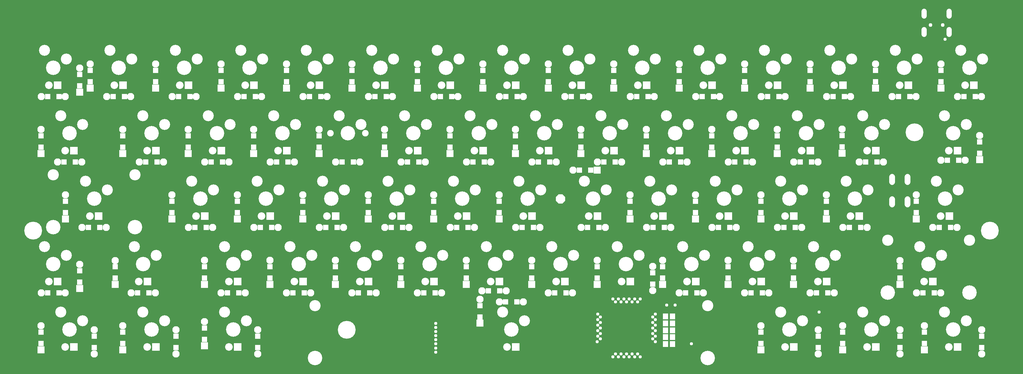
<source format=gbr>
G04 EAGLE Gerber RS-274X export*
G75*
%MOMM*%
%FSLAX34Y34*%
%LPD*%
%INSoldermask Bottom*%
%IPNEG*%
%AMOC8*
5,1,8,0,0,1.08239X$1,22.5*%
G01*
%ADD10R,2.103200X2.103200*%
%ADD11C,2.103200*%
%ADD12R,1.600200X1.600200*%
%ADD13C,4.203200*%
%ADD14C,3.203200*%
%ADD15C,2.203200*%
%ADD16R,2.203200X2.203200*%
%ADD17C,1.903200*%
%ADD18C,3.253200*%
%ADD19C,1.511200*%
%ADD20C,1.103200*%
%ADD21C,1.727200*%
%ADD22R,1.503200X1.803200*%
%ADD23P,2.969212X8X22.500000*%
%ADD24C,5.203200*%
%ADD25C,0.959600*%


D10*
X392906Y798438D03*
D11*
X392906Y868438D03*
D12*
X392906Y849948D03*
X392906Y816928D03*
D10*
X583406Y798438D03*
D11*
X583406Y868438D03*
D12*
X583406Y849948D03*
X583406Y816928D03*
D10*
X773906Y798438D03*
D11*
X773906Y868438D03*
D12*
X773906Y849948D03*
X773906Y816928D03*
D10*
X2488406Y798438D03*
D11*
X2488406Y868438D03*
D12*
X2488406Y849948D03*
X2488406Y816928D03*
D10*
X2297906Y798438D03*
D11*
X2297906Y868438D03*
D12*
X2297906Y849948D03*
X2297906Y816928D03*
D10*
X2107406Y798438D03*
D11*
X2107406Y868438D03*
D12*
X2107406Y849948D03*
X2107406Y816928D03*
D10*
X1916906Y798438D03*
D11*
X1916906Y868438D03*
D12*
X1916906Y849948D03*
X1916906Y816928D03*
D10*
X1726406Y798438D03*
D11*
X1726406Y868438D03*
D12*
X1726406Y849948D03*
X1726406Y816928D03*
D10*
X1535906Y798438D03*
D11*
X1535906Y868438D03*
D12*
X1535906Y849948D03*
X1535906Y816928D03*
D10*
X1345406Y798438D03*
D11*
X1345406Y868438D03*
D12*
X1345406Y849948D03*
X1345406Y816928D03*
D10*
X1154906Y798438D03*
D11*
X1154906Y868438D03*
D12*
X1154906Y849948D03*
X1154906Y816928D03*
D10*
X964406Y798438D03*
D11*
X964406Y868438D03*
D12*
X964406Y849948D03*
X964406Y816928D03*
D10*
X59531Y607938D03*
D11*
X59531Y677938D03*
D12*
X59531Y659448D03*
X59531Y626428D03*
D10*
X2012156Y607938D03*
D11*
X2012156Y677938D03*
D12*
X2012156Y659448D03*
X2012156Y626428D03*
D10*
X2678906Y798438D03*
D11*
X2678906Y868438D03*
D12*
X2678906Y849948D03*
X2678906Y816928D03*
D10*
X1059656Y607938D03*
D11*
X1059656Y677938D03*
D12*
X1059656Y659448D03*
X1059656Y626428D03*
D10*
X869156Y607938D03*
D11*
X869156Y677938D03*
D12*
X869156Y659448D03*
X869156Y626428D03*
D10*
X678656Y607938D03*
D11*
X678656Y677938D03*
D12*
X678656Y659448D03*
X678656Y626428D03*
D10*
X2391688Y608666D03*
D11*
X2391688Y678666D03*
D12*
X2391688Y660176D03*
X2391688Y627156D03*
D10*
X1821656Y607938D03*
D11*
X1821656Y677938D03*
D12*
X1821656Y659448D03*
X1821656Y626428D03*
D10*
X1631156Y607938D03*
D11*
X1631156Y677938D03*
D12*
X1631156Y659448D03*
X1631156Y626428D03*
D10*
X2792016Y590078D03*
D11*
X2792016Y660078D03*
D12*
X2792016Y641588D03*
X2792016Y608568D03*
D10*
X1250156Y607938D03*
D11*
X1250156Y677938D03*
D12*
X1250156Y659448D03*
X1250156Y626428D03*
D10*
X2202656Y607938D03*
D11*
X2202656Y677938D03*
D12*
X2202656Y659448D03*
X2202656Y626428D03*
D10*
X1440656Y607938D03*
D11*
X1440656Y677938D03*
D12*
X1440656Y659448D03*
X1440656Y626428D03*
D10*
X488156Y607938D03*
D11*
X488156Y677938D03*
D12*
X488156Y659448D03*
X488156Y626428D03*
D10*
X202406Y798438D03*
D11*
X202406Y868438D03*
D12*
X202406Y849948D03*
X202406Y816928D03*
D10*
X297656Y607938D03*
D11*
X297656Y677938D03*
D12*
X297656Y659448D03*
X297656Y626428D03*
D10*
X172641Y786531D03*
D11*
X172641Y856531D03*
D12*
X172641Y838041D03*
X172641Y805021D03*
D13*
X476250Y857250D03*
D14*
X514350Y882650D03*
X450850Y908050D03*
D15*
X463550Y806450D03*
D16*
X488950Y806450D03*
D13*
X666750Y857250D03*
D14*
X704850Y882650D03*
X641350Y908050D03*
D15*
X654050Y806450D03*
D16*
X679450Y806450D03*
D13*
X857250Y857250D03*
D14*
X895350Y882650D03*
X831850Y908050D03*
D15*
X844550Y806450D03*
D16*
X869950Y806450D03*
D13*
X2571750Y857250D03*
D14*
X2609850Y882650D03*
X2546350Y908050D03*
D15*
X2559050Y806450D03*
D16*
X2584450Y806450D03*
D13*
X2381250Y857250D03*
D14*
X2419350Y882650D03*
X2355850Y908050D03*
D15*
X2368550Y806450D03*
D16*
X2393950Y806450D03*
D13*
X2190750Y857250D03*
D14*
X2228850Y882650D03*
X2165350Y908050D03*
D15*
X2178050Y806450D03*
D16*
X2203450Y806450D03*
D13*
X2000250Y857250D03*
D14*
X2038350Y882650D03*
X1974850Y908050D03*
D15*
X1987550Y806450D03*
D16*
X2012950Y806450D03*
D13*
X1809750Y857250D03*
D14*
X1847850Y882650D03*
X1784350Y908050D03*
D15*
X1797050Y806450D03*
D16*
X1822450Y806450D03*
D13*
X1619250Y857250D03*
D14*
X1657350Y882650D03*
X1593850Y908050D03*
D15*
X1606550Y806450D03*
D16*
X1631950Y806450D03*
D13*
X1428750Y857250D03*
D14*
X1466850Y882650D03*
X1403350Y908050D03*
D15*
X1416050Y806450D03*
D16*
X1441450Y806450D03*
D13*
X1238250Y857250D03*
D14*
X1276350Y882650D03*
X1212850Y908050D03*
D15*
X1225550Y806450D03*
D16*
X1250950Y806450D03*
D13*
X1047750Y857250D03*
D14*
X1085850Y882650D03*
X1022350Y908050D03*
D15*
X1035050Y806450D03*
D16*
X1060450Y806450D03*
D13*
X142875Y666750D03*
D14*
X180975Y692150D03*
X117475Y717550D03*
D15*
X130175Y615950D03*
D16*
X155575Y615950D03*
D13*
X2095500Y666750D03*
D14*
X2133600Y692150D03*
X2070100Y717550D03*
D15*
X2082800Y615950D03*
D16*
X2108200Y615950D03*
D13*
X2762250Y857250D03*
D14*
X2800350Y882650D03*
X2736850Y908050D03*
D15*
X2749550Y806450D03*
D16*
X2774950Y806450D03*
D13*
X1143000Y666750D03*
D14*
X1181100Y692150D03*
X1117600Y717550D03*
D15*
X1130300Y615950D03*
D16*
X1155700Y615950D03*
D13*
X952500Y666750D03*
D17*
X1003300Y666750D03*
X901700Y666750D03*
D14*
X990600Y692150D03*
X927100Y717550D03*
D13*
X762000Y666750D03*
D14*
X800100Y692150D03*
X736600Y717550D03*
D15*
X749300Y615950D03*
D16*
X774700Y615950D03*
D13*
X2476500Y666750D03*
D14*
X2514600Y692150D03*
X2451100Y717550D03*
D15*
X2463800Y615950D03*
D16*
X2489200Y615950D03*
D13*
X1905000Y666750D03*
D14*
X1943100Y692150D03*
X1879600Y717550D03*
D15*
X1892300Y615950D03*
D16*
X1917700Y615950D03*
D13*
X1714500Y666750D03*
D14*
X1752600Y692150D03*
X1689100Y717550D03*
D15*
X1701800Y615950D03*
D16*
X1727200Y615950D03*
D13*
X2714625Y666750D03*
D14*
X2752725Y692150D03*
X2689225Y717550D03*
D15*
X2701925Y615950D03*
D16*
X2727325Y615950D03*
D13*
X1333500Y666750D03*
D14*
X1371600Y692150D03*
X1308100Y717550D03*
D15*
X1320800Y615950D03*
D16*
X1346200Y615950D03*
D13*
X2286000Y666750D03*
D14*
X2324100Y692150D03*
X2260600Y717550D03*
D15*
X2273300Y615950D03*
D16*
X2298700Y615950D03*
D13*
X1524000Y666750D03*
D14*
X1562100Y692150D03*
X1498600Y717550D03*
D15*
X1511300Y615950D03*
D16*
X1536700Y615950D03*
D13*
X571500Y666750D03*
D14*
X609600Y692150D03*
X546100Y717550D03*
D15*
X558800Y615950D03*
D16*
X584200Y615950D03*
D13*
X285750Y857250D03*
D14*
X323850Y882650D03*
X260350Y908050D03*
D15*
X273050Y806450D03*
D16*
X298450Y806450D03*
D13*
X381000Y666750D03*
D14*
X419100Y692150D03*
X355600Y717550D03*
D15*
X368300Y615950D03*
D16*
X393700Y615950D03*
D13*
X95250Y857250D03*
D14*
X133350Y882650D03*
X69850Y908050D03*
D15*
X82550Y806450D03*
D16*
X107950Y806450D03*
D11*
X441250Y773906D03*
X511250Y773906D03*
D12*
X492760Y773906D03*
X459740Y773906D03*
D11*
X631750Y773906D03*
X701750Y773906D03*
D12*
X683260Y773906D03*
X650240Y773906D03*
D11*
X822250Y773906D03*
X892250Y773906D03*
D12*
X873760Y773906D03*
X840740Y773906D03*
D11*
X2536750Y773906D03*
X2606750Y773906D03*
D12*
X2588260Y773906D03*
X2555240Y773906D03*
D11*
X2346250Y773906D03*
X2416250Y773906D03*
D12*
X2397760Y773906D03*
X2364740Y773906D03*
D11*
X2155750Y773906D03*
X2225750Y773906D03*
D12*
X2207260Y773906D03*
X2174240Y773906D03*
D11*
X1965250Y773906D03*
X2035250Y773906D03*
D12*
X2016760Y773906D03*
X1983740Y773906D03*
D11*
X1774750Y773906D03*
X1844750Y773906D03*
D12*
X1826260Y773906D03*
X1793240Y773906D03*
D11*
X1584250Y773906D03*
X1654250Y773906D03*
D12*
X1635760Y773906D03*
X1602740Y773906D03*
D11*
X1393750Y773906D03*
X1463750Y773906D03*
D12*
X1445260Y773906D03*
X1412240Y773906D03*
D11*
X1203250Y773906D03*
X1273250Y773906D03*
D12*
X1254760Y773906D03*
X1221740Y773906D03*
D11*
X1012750Y773906D03*
X1082750Y773906D03*
D12*
X1064260Y773906D03*
X1031240Y773906D03*
D11*
X107875Y583406D03*
X177875Y583406D03*
D12*
X159385Y583406D03*
X126365Y583406D03*
D11*
X2060500Y583406D03*
X2130500Y583406D03*
D12*
X2112010Y583406D03*
X2078990Y583406D03*
D11*
X2727250Y773906D03*
X2797250Y773906D03*
D12*
X2778760Y773906D03*
X2745740Y773906D03*
D11*
X1108000Y583406D03*
X1178000Y583406D03*
D12*
X1159510Y583406D03*
X1126490Y583406D03*
D11*
X917500Y583406D03*
X987500Y583406D03*
D12*
X969010Y583406D03*
X935990Y583406D03*
D11*
X727000Y583406D03*
X797000Y583406D03*
D12*
X778510Y583406D03*
X745490Y583406D03*
D11*
X2441500Y583406D03*
X2511500Y583406D03*
D12*
X2493010Y583406D03*
X2459990Y583406D03*
D11*
X1870000Y583406D03*
X1940000Y583406D03*
D12*
X1921510Y583406D03*
X1888490Y583406D03*
D11*
X1679500Y583406D03*
X1749500Y583406D03*
D12*
X1731010Y583406D03*
X1697990Y583406D03*
D11*
X2679350Y588232D03*
X2749350Y588232D03*
D12*
X2730860Y588232D03*
X2697840Y588232D03*
D11*
X1298500Y583406D03*
X1368500Y583406D03*
D12*
X1350010Y583406D03*
X1316990Y583406D03*
D11*
X2251000Y583406D03*
X2321000Y583406D03*
D12*
X2302510Y583406D03*
X2269490Y583406D03*
D11*
X1489000Y583406D03*
X1559000Y583406D03*
D12*
X1540510Y583406D03*
X1507490Y583406D03*
D11*
X536500Y583406D03*
X606500Y583406D03*
D12*
X588010Y583406D03*
X554990Y583406D03*
D11*
X250750Y773906D03*
X320750Y773906D03*
D12*
X302260Y773906D03*
X269240Y773906D03*
D11*
X346000Y583406D03*
X416000Y583406D03*
D12*
X397510Y583406D03*
X364490Y583406D03*
D11*
X60250Y773906D03*
X130250Y773906D03*
D12*
X111760Y773906D03*
X78740Y773906D03*
D13*
X2690813Y476250D03*
D14*
X2728913Y501650D03*
X2665413Y527050D03*
D15*
X2678113Y425450D03*
D16*
X2703513Y425450D03*
D13*
X2428875Y476250D03*
D14*
X2466975Y501650D03*
X2403475Y527050D03*
D15*
X2416175Y425450D03*
D16*
X2441575Y425450D03*
D13*
X2238375Y476250D03*
D14*
X2276475Y501650D03*
X2212975Y527050D03*
D15*
X2225675Y425450D03*
D16*
X2251075Y425450D03*
D13*
X2047875Y476250D03*
D14*
X2085975Y501650D03*
X2022475Y527050D03*
D15*
X2035175Y425450D03*
D16*
X2060575Y425450D03*
D13*
X1857375Y476250D03*
D14*
X1895475Y501650D03*
X1831975Y527050D03*
D15*
X1844675Y425450D03*
D16*
X1870075Y425450D03*
D13*
X1666875Y476250D03*
D14*
X1704975Y501650D03*
X1641475Y527050D03*
D15*
X1654175Y425450D03*
D16*
X1679575Y425450D03*
D13*
X1476375Y476250D03*
D14*
X1514475Y501650D03*
X1450975Y527050D03*
D15*
X1463675Y425450D03*
D16*
X1489075Y425450D03*
D13*
X1285875Y476250D03*
D14*
X1323975Y501650D03*
X1260475Y527050D03*
D15*
X1273175Y425450D03*
D16*
X1298575Y425450D03*
D13*
X1095375Y476250D03*
D14*
X1133475Y501650D03*
X1069975Y527050D03*
D15*
X1082675Y425450D03*
D16*
X1108075Y425450D03*
D13*
X904875Y476250D03*
D14*
X942975Y501650D03*
X879475Y527050D03*
D15*
X892175Y425450D03*
D16*
X917575Y425450D03*
D13*
X714375Y476250D03*
D14*
X752475Y501650D03*
X688975Y527050D03*
D15*
X701675Y425450D03*
D16*
X727075Y425450D03*
D13*
X523875Y476250D03*
D14*
X561975Y501650D03*
X498475Y527050D03*
D15*
X511175Y425450D03*
D16*
X536575Y425450D03*
D13*
X214313Y476250D03*
D14*
X252413Y501650D03*
X188913Y527050D03*
D18*
X95313Y546250D03*
X333313Y546250D03*
D13*
X95313Y393850D03*
X333313Y393850D03*
D15*
X201613Y425450D03*
D16*
X227013Y425450D03*
D10*
X2607469Y417438D03*
D11*
X2607469Y487438D03*
D12*
X2607469Y468948D03*
X2607469Y435928D03*
D10*
X2345531Y417438D03*
D11*
X2345531Y487438D03*
D12*
X2345531Y468948D03*
X2345531Y435928D03*
D10*
X2155031Y417438D03*
D11*
X2155031Y487438D03*
D12*
X2155031Y468948D03*
X2155031Y435928D03*
D10*
X1964531Y417438D03*
D11*
X1964531Y487438D03*
D12*
X1964531Y468948D03*
X1964531Y435928D03*
D10*
X1774031Y417438D03*
D11*
X1774031Y487438D03*
D12*
X1774031Y468948D03*
X1774031Y435928D03*
D10*
X1678063Y559594D03*
D11*
X1608063Y559594D03*
D12*
X1626553Y559594D03*
X1659573Y559594D03*
D10*
X1393031Y417438D03*
D11*
X1393031Y487438D03*
D12*
X1393031Y468948D03*
X1393031Y435928D03*
D10*
X1202531Y417438D03*
D11*
X1202531Y487438D03*
D12*
X1202531Y468948D03*
X1202531Y435928D03*
D10*
X1012031Y417438D03*
D11*
X1012031Y487438D03*
D12*
X1012031Y468948D03*
X1012031Y435928D03*
D10*
X821531Y417438D03*
D11*
X821531Y487438D03*
D12*
X821531Y468948D03*
X821531Y435928D03*
D10*
X631031Y417438D03*
D11*
X631031Y487438D03*
D12*
X631031Y468948D03*
X631031Y435928D03*
D10*
X440531Y417438D03*
D11*
X440531Y487438D03*
D12*
X440531Y468948D03*
X440531Y435928D03*
D10*
X130969Y417438D03*
D11*
X130969Y487438D03*
D12*
X130969Y468948D03*
X130969Y435928D03*
D11*
X2655813Y392906D03*
X2725813Y392906D03*
D12*
X2707323Y392906D03*
X2674303Y392906D03*
D11*
X2393875Y392906D03*
X2463875Y392906D03*
D12*
X2445385Y392906D03*
X2412365Y392906D03*
D11*
X2203375Y392906D03*
X2273375Y392906D03*
D12*
X2254885Y392906D03*
X2221865Y392906D03*
D11*
X2012875Y392906D03*
X2082875Y392906D03*
D12*
X2064385Y392906D03*
X2031365Y392906D03*
D11*
X1822375Y392906D03*
X1892375Y392906D03*
D12*
X1873885Y392906D03*
X1840865Y392906D03*
D11*
X1631875Y392906D03*
X1701875Y392906D03*
D12*
X1683385Y392906D03*
X1650365Y392906D03*
D11*
X1441375Y392906D03*
X1511375Y392906D03*
D12*
X1492885Y392906D03*
X1459865Y392906D03*
D11*
X1250875Y392906D03*
X1320875Y392906D03*
D12*
X1302385Y392906D03*
X1269365Y392906D03*
D11*
X1060375Y392906D03*
X1130375Y392906D03*
D12*
X1111885Y392906D03*
X1078865Y392906D03*
D11*
X869875Y392906D03*
X939875Y392906D03*
D12*
X921385Y392906D03*
X888365Y392906D03*
D11*
X679375Y392906D03*
X749375Y392906D03*
D12*
X730885Y392906D03*
X697865Y392906D03*
D11*
X179313Y392906D03*
X249313Y392906D03*
D12*
X230823Y392906D03*
X197803Y392906D03*
D11*
X488875Y392906D03*
X558875Y392906D03*
D12*
X540385Y392906D03*
X507365Y392906D03*
D13*
X2643188Y285750D03*
D14*
X2681288Y311150D03*
X2617788Y336550D03*
D18*
X2524188Y355750D03*
X2762188Y355750D03*
D13*
X2524188Y203350D03*
X2762188Y203350D03*
D15*
X2630488Y234950D03*
D16*
X2655888Y234950D03*
D13*
X2333625Y285750D03*
D14*
X2371725Y311150D03*
X2308225Y336550D03*
D15*
X2320925Y234950D03*
D16*
X2346325Y234950D03*
D13*
X2143125Y285750D03*
D14*
X2181225Y311150D03*
X2117725Y336550D03*
D15*
X2130425Y234950D03*
D16*
X2155825Y234950D03*
D13*
X1952625Y285750D03*
D14*
X1990725Y311150D03*
X1927225Y336550D03*
D15*
X1939925Y234950D03*
D16*
X1965325Y234950D03*
D13*
X1762125Y285750D03*
D14*
X1800225Y311150D03*
X1736725Y336550D03*
D15*
X1749425Y234950D03*
D16*
X1774825Y234950D03*
D13*
X1571625Y285750D03*
D14*
X1609725Y311150D03*
X1546225Y336550D03*
D15*
X1558925Y234950D03*
D16*
X1584325Y234950D03*
D13*
X1381125Y285750D03*
D14*
X1419225Y311150D03*
X1355725Y336550D03*
D15*
X1368425Y234950D03*
D16*
X1393825Y234950D03*
D13*
X1190625Y285750D03*
D14*
X1228725Y311150D03*
X1165225Y336550D03*
D15*
X1177925Y234950D03*
D16*
X1203325Y234950D03*
D13*
X1000125Y285750D03*
D14*
X1038225Y311150D03*
X974725Y336550D03*
D15*
X987425Y234950D03*
D16*
X1012825Y234950D03*
D13*
X809625Y285750D03*
D14*
X847725Y311150D03*
X784225Y336550D03*
D15*
X796925Y234950D03*
D16*
X822325Y234950D03*
D13*
X619125Y285750D03*
D14*
X657225Y311150D03*
X593725Y336550D03*
D15*
X606425Y234950D03*
D16*
X631825Y234950D03*
D13*
X357188Y285750D03*
D14*
X395288Y311150D03*
X331788Y336550D03*
D15*
X344488Y234950D03*
D16*
X369888Y234950D03*
D13*
X95250Y285750D03*
D14*
X133350Y311150D03*
X69850Y336550D03*
D15*
X82550Y234950D03*
D16*
X107950Y234950D03*
D10*
X2559595Y226430D03*
D11*
X2559595Y296430D03*
D12*
X2559595Y277940D03*
X2559595Y244920D03*
D10*
X2250281Y226938D03*
D11*
X2250281Y296938D03*
D12*
X2250281Y278448D03*
X2250281Y245428D03*
D10*
X2059781Y226938D03*
D11*
X2059781Y296938D03*
D12*
X2059781Y278448D03*
X2059781Y245428D03*
D10*
X1869281Y226938D03*
D11*
X1869281Y296938D03*
D12*
X1869281Y278448D03*
X1869281Y245428D03*
D10*
X1678781Y226938D03*
D11*
X1678781Y296938D03*
D12*
X1678781Y278448D03*
X1678781Y245428D03*
D10*
X1488281Y226938D03*
D11*
X1488281Y296938D03*
D12*
X1488281Y278448D03*
X1488281Y245428D03*
D10*
X1297781Y226938D03*
D11*
X1297781Y296938D03*
D12*
X1297781Y278448D03*
X1297781Y245428D03*
D10*
X1107281Y226938D03*
D11*
X1107281Y296938D03*
D12*
X1107281Y278448D03*
X1107281Y245428D03*
D10*
X916781Y226938D03*
D11*
X916781Y296938D03*
D12*
X916781Y278448D03*
X916781Y245428D03*
D10*
X726281Y226938D03*
D11*
X726281Y296938D03*
D12*
X726281Y278448D03*
X726281Y245428D03*
D10*
X535781Y226938D03*
D11*
X535781Y296938D03*
D12*
X535781Y278448D03*
X535781Y245428D03*
D10*
X275147Y226430D03*
D11*
X275147Y296430D03*
D12*
X275147Y277940D03*
X275147Y244920D03*
D10*
X172641Y215031D03*
D11*
X172641Y285031D03*
D12*
X172641Y266541D03*
X172641Y233521D03*
D11*
X2608188Y202406D03*
X2678188Y202406D03*
D12*
X2659698Y202406D03*
X2626678Y202406D03*
D11*
X2298625Y202406D03*
X2368625Y202406D03*
D12*
X2350135Y202406D03*
X2317115Y202406D03*
D11*
X2108125Y202406D03*
X2178125Y202406D03*
D12*
X2159635Y202406D03*
X2126615Y202406D03*
D11*
X1917625Y202406D03*
X1987625Y202406D03*
D12*
X1969135Y202406D03*
X1936115Y202406D03*
D11*
X1840094Y209000D03*
X1840094Y279000D03*
D12*
X1840094Y260510D03*
X1840094Y227490D03*
D11*
X1536625Y202406D03*
X1606625Y202406D03*
D12*
X1588135Y202406D03*
X1555115Y202406D03*
D11*
X1343290Y207962D03*
X1413290Y207962D03*
D12*
X1394800Y207962D03*
X1361780Y207962D03*
D11*
X1155625Y202406D03*
X1225625Y202406D03*
D12*
X1207135Y202406D03*
X1174115Y202406D03*
D11*
X965125Y202406D03*
X1035125Y202406D03*
D12*
X1016635Y202406D03*
X983615Y202406D03*
D11*
X774625Y202406D03*
X844625Y202406D03*
D12*
X826135Y202406D03*
X793115Y202406D03*
D11*
X584125Y202406D03*
X654125Y202406D03*
D12*
X635635Y202406D03*
X602615Y202406D03*
D11*
X60250Y202406D03*
X130250Y202406D03*
D12*
X111760Y202406D03*
X78740Y202406D03*
D11*
X322188Y202406D03*
X392188Y202406D03*
D12*
X373698Y202406D03*
X340678Y202406D03*
D13*
X2714625Y95250D03*
D14*
X2752725Y120650D03*
X2689225Y146050D03*
D15*
X2701925Y44450D03*
D16*
X2727325Y44450D03*
D13*
X2476500Y95250D03*
D14*
X2514600Y120650D03*
X2451100Y146050D03*
D15*
X2463800Y44450D03*
D16*
X2489200Y44450D03*
D13*
X1428750Y95250D03*
D14*
X1466850Y120650D03*
X1403350Y146050D03*
D18*
X857250Y165250D03*
X2000250Y165250D03*
D13*
X857250Y12850D03*
X2000250Y12850D03*
D15*
X1416050Y44450D03*
D16*
X1441450Y44450D03*
D13*
X381000Y95250D03*
D14*
X419100Y120650D03*
X355600Y146050D03*
D15*
X368300Y44450D03*
D16*
X393700Y44450D03*
D13*
X142875Y95250D03*
D14*
X180975Y120650D03*
X117475Y146050D03*
D15*
X130175Y44450D03*
D16*
X155575Y44450D03*
D10*
X2631281Y36438D03*
D11*
X2631281Y106438D03*
D12*
X2631281Y87948D03*
X2631281Y54928D03*
D10*
X2393156Y36438D03*
D11*
X2393156Y106438D03*
D12*
X2393156Y87948D03*
X2393156Y54928D03*
D10*
X1336855Y113691D03*
D11*
X1336855Y183691D03*
D12*
X1336855Y165201D03*
X1336855Y132181D03*
D10*
X297656Y36438D03*
D11*
X297656Y106438D03*
D12*
X297656Y87948D03*
X297656Y54928D03*
D10*
X59531Y36438D03*
D11*
X59531Y106438D03*
D12*
X59531Y87948D03*
X59531Y54928D03*
D11*
X2797969Y94531D03*
X2797969Y24531D03*
D12*
X2797969Y43021D03*
X2797969Y76041D03*
D11*
X2559844Y94531D03*
X2559844Y24531D03*
D12*
X2559844Y43021D03*
X2559844Y76041D03*
D11*
X1463639Y175533D03*
X1393639Y175533D03*
D12*
X1412129Y175533D03*
X1445149Y175533D03*
D11*
X452438Y24531D03*
X452438Y94531D03*
D12*
X452438Y76041D03*
X452438Y43021D03*
D11*
X214313Y94531D03*
X214313Y24531D03*
D12*
X214313Y43021D03*
X214313Y76041D03*
D19*
X2630130Y955200D02*
X2630130Y968280D01*
X2703130Y968280D02*
X2703130Y955200D01*
X2630130Y1008200D02*
X2630130Y1021280D01*
X2703130Y1021280D02*
X2703130Y1008200D01*
D20*
X2649130Y981740D03*
X2684130Y981740D03*
D13*
X619125Y95250D03*
D14*
X657225Y120650D03*
X593725Y146050D03*
D15*
X606425Y44450D03*
D16*
X631825Y44450D03*
D10*
X535781Y48344D03*
D11*
X535781Y118344D03*
D12*
X535781Y99854D03*
X535781Y66834D03*
D11*
X690563Y24531D03*
X690563Y94531D03*
D12*
X690563Y76041D03*
X690563Y43021D03*
D13*
X2238375Y95250D03*
D14*
X2276475Y120650D03*
X2212975Y146050D03*
D15*
X2225675Y44450D03*
D16*
X2251075Y44450D03*
D10*
X2155031Y36438D03*
D11*
X2155031Y106438D03*
D12*
X2155031Y87948D03*
X2155031Y54928D03*
D11*
X2321719Y94531D03*
X2321719Y24531D03*
D12*
X2321719Y43021D03*
X2321719Y76041D03*
D21*
X2536868Y459454D02*
X2536868Y474694D01*
X2582080Y474694D02*
X2582080Y459454D01*
X2536868Y524478D02*
X2536868Y539718D01*
X2582080Y539718D02*
X2582080Y524478D01*
D22*
X1877563Y133125D03*
X1897563Y133125D03*
X1877563Y113125D03*
X1897563Y113125D03*
X1877563Y93125D03*
X1897563Y93125D03*
X1877563Y73125D03*
X1897563Y73125D03*
X1897563Y53125D03*
X1877563Y53125D03*
D23*
X1571625Y475308D03*
D24*
X2602173Y669323D03*
X949174Y94180D03*
X37162Y383319D03*
X2821044Y383319D03*
D25*
X1772000Y184000D03*
X1840000Y100000D03*
X1848000Y92000D03*
X1848000Y108000D03*
X1840000Y116000D03*
X1848000Y124000D03*
X1748000Y176000D03*
X1680000Y140000D03*
X1208484Y113109D03*
X1688000Y84000D03*
X1208484Y101203D03*
X1680000Y76000D03*
X1208484Y89297D03*
X1688000Y68000D03*
X1208484Y77391D03*
X1678781Y59531D03*
X1208484Y65484D03*
X1780000Y24000D03*
X1208484Y53578D03*
X1788000Y16000D03*
X1208484Y41672D03*
X1796000Y24000D03*
X1208484Y29766D03*
X1804000Y16000D03*
X1780000Y176000D03*
X1788000Y184000D03*
X1756000Y184000D03*
X1848000Y76000D03*
X1680000Y108000D03*
X1848000Y60000D03*
X1748000Y24000D03*
X1732000Y176000D03*
X1796000Y176000D03*
X1905000Y166688D03*
X1688000Y132000D03*
X1680000Y92000D03*
X1840000Y68000D03*
X1740000Y16000D03*
X1724000Y184000D03*
X1804000Y184000D03*
X2690813Y940594D03*
X1881188Y166688D03*
X1764000Y24000D03*
X1756000Y16000D03*
X1688000Y100000D03*
X1732000Y24000D03*
X1952625Y53578D03*
X2324695Y145852D03*
X1688000Y116000D03*
X1680000Y124000D03*
X1848000Y140000D03*
X1740000Y184000D03*
X1724000Y16000D03*
X1840000Y84000D03*
X1840000Y132000D03*
X1764000Y176000D03*
X1772000Y16000D03*
M02*

</source>
